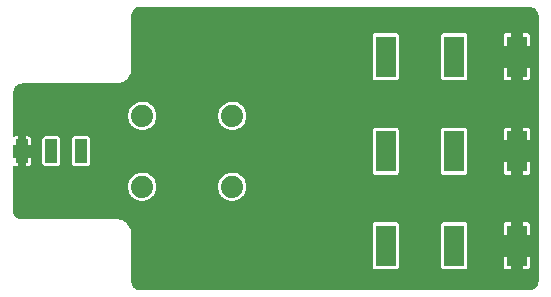
<source format=gbl>
G04 Layer: BottomLayer*
G04 EasyEDA v6.5.40, 2024-08-21 00:56:45*
G04 a67cddfb3fce44daa9051d46cbbcc19f,10*
G04 Gerber Generator version 0.2*
G04 Scale: 100 percent, Rotated: No, Reflected: No *
G04 Dimensions in millimeters *
G04 leading zeros omitted , absolute positions ,4 integer and 5 decimal *
%FSLAX45Y45*%
%MOMM*%

%ADD10C,1.8796*%
%ADD11R,1.7000X3.5000*%
%ADD12R,1.0000X2.0000*%
%ADD13C,0.6100*%

%LPD*%
G36*
X1101547Y-174091D02*
G01*
X1089101Y-173126D01*
X1078788Y-170789D01*
X1068933Y-166979D01*
X1059738Y-161848D01*
X1051356Y-155448D01*
X1043940Y-147878D01*
X1037691Y-139395D01*
X1032713Y-130048D01*
X1029157Y-120142D01*
X1027023Y-109829D01*
X1025906Y-96266D01*
X1025906Y299669D01*
X1024991Y314502D01*
X1024483Y318363D01*
X1022045Y330708D01*
X1021029Y334467D01*
X1017016Y346354D01*
X1015492Y349961D01*
X1009954Y361238D01*
X1008024Y364591D01*
X1001014Y375056D01*
X998626Y378155D01*
X990346Y387604D01*
X987602Y390347D01*
X978153Y398627D01*
X975055Y401015D01*
X964590Y408025D01*
X961237Y409956D01*
X949960Y415493D01*
X946353Y417017D01*
X934466Y421030D01*
X930706Y422046D01*
X918362Y424484D01*
X914501Y424992D01*
X899668Y425907D01*
X101244Y425907D01*
X88747Y426872D01*
X78486Y429209D01*
X68630Y433019D01*
X59385Y438150D01*
X51003Y444550D01*
X43637Y452120D01*
X37388Y460603D01*
X32410Y469950D01*
X28803Y479856D01*
X26670Y490169D01*
X25908Y501243D01*
X25908Y866902D01*
X26619Y870661D01*
X28702Y873912D01*
X31851Y876147D01*
X35610Y877062D01*
X39420Y876503D01*
X44246Y874776D01*
X50546Y874064D01*
X68630Y874064D01*
X68630Y943660D01*
X36068Y943660D01*
X32156Y944422D01*
X28905Y946607D01*
X26670Y949909D01*
X25908Y953820D01*
X25908Y1046175D01*
X26670Y1050086D01*
X28905Y1053388D01*
X32156Y1055573D01*
X36068Y1056335D01*
X68630Y1056335D01*
X68630Y1125880D01*
X50546Y1125880D01*
X44246Y1125169D01*
X39420Y1123492D01*
X35610Y1122934D01*
X31851Y1123848D01*
X28702Y1126083D01*
X26619Y1129334D01*
X25908Y1133094D01*
X25908Y1498752D01*
X26873Y1511249D01*
X29209Y1521510D01*
X33020Y1531366D01*
X38150Y1540611D01*
X44551Y1548993D01*
X52120Y1556359D01*
X60604Y1562608D01*
X69951Y1567586D01*
X79857Y1571193D01*
X90170Y1573326D01*
X101244Y1574088D01*
X899668Y1574088D01*
X914501Y1575003D01*
X918362Y1575511D01*
X930706Y1577949D01*
X934466Y1578965D01*
X946353Y1582978D01*
X949960Y1584502D01*
X961237Y1590040D01*
X964590Y1591970D01*
X975055Y1598980D01*
X978153Y1601368D01*
X987602Y1609648D01*
X990346Y1612392D01*
X998626Y1621840D01*
X1001014Y1624939D01*
X1008024Y1635404D01*
X1009954Y1638757D01*
X1015492Y1650034D01*
X1017016Y1653641D01*
X1021029Y1665528D01*
X1022045Y1669288D01*
X1024483Y1681632D01*
X1024991Y1685493D01*
X1025906Y1700326D01*
X1025906Y2148738D01*
X1026871Y2161235D01*
X1029208Y2171547D01*
X1033018Y2181402D01*
X1038148Y2190597D01*
X1044549Y2198979D01*
X1052118Y2206396D01*
X1060602Y2212644D01*
X1069949Y2217572D01*
X1079855Y2221179D01*
X1090168Y2223312D01*
X1101242Y2224074D01*
X4398772Y2224074D01*
X4411218Y2223109D01*
X4421530Y2220772D01*
X4431385Y2216962D01*
X4440580Y2211832D01*
X4449013Y2205431D01*
X4456379Y2197912D01*
X4462627Y2189378D01*
X4467606Y2180082D01*
X4471162Y2170125D01*
X4473346Y2159812D01*
X4474108Y2148738D01*
X4474108Y-98755D01*
X4473092Y-111252D01*
X4470755Y-121513D01*
X4466996Y-131368D01*
X4461814Y-140614D01*
X4455414Y-148996D01*
X4447895Y-156362D01*
X4439361Y-162610D01*
X4430064Y-167589D01*
X4420158Y-171196D01*
X4409795Y-173329D01*
X4398772Y-174091D01*
G37*

%LPC*%
G36*
X4205579Y-914D02*
G01*
X4241139Y-914D01*
X4241139Y106172D01*
X4179062Y106172D01*
X4179062Y25552D01*
X4179773Y19253D01*
X4181703Y13766D01*
X4184802Y8890D01*
X4188866Y4775D01*
X4193794Y1727D01*
X4199229Y-203D01*
G37*
G36*
X4338828Y-914D02*
G01*
X4374438Y-914D01*
X4380738Y-203D01*
X4386224Y1727D01*
X4391101Y4775D01*
X4395216Y8890D01*
X4398264Y13766D01*
X4400194Y19253D01*
X4400905Y25552D01*
X4400905Y106172D01*
X4338828Y106172D01*
G37*
G36*
X3095548Y-914D02*
G01*
X3264408Y-914D01*
X3270758Y-203D01*
X3276193Y1727D01*
X3281121Y4775D01*
X3285185Y8890D01*
X3288284Y13766D01*
X3290214Y19253D01*
X3290925Y25552D01*
X3290925Y374446D01*
X3290214Y380746D01*
X3288284Y386232D01*
X3285185Y391109D01*
X3281121Y395224D01*
X3276193Y398272D01*
X3270758Y400202D01*
X3264408Y400913D01*
X3095548Y400913D01*
X3089249Y400202D01*
X3083763Y398272D01*
X3078886Y395224D01*
X3074771Y391109D01*
X3071723Y386232D01*
X3069793Y380746D01*
X3069082Y374446D01*
X3069082Y25552D01*
X3069793Y19253D01*
X3071723Y13766D01*
X3074771Y8890D01*
X3078886Y4775D01*
X3083763Y1727D01*
X3089249Y-203D01*
G37*
G36*
X3675583Y-914D02*
G01*
X3844442Y-914D01*
X3850741Y-203D01*
X3856228Y1727D01*
X3861104Y4775D01*
X3865219Y8890D01*
X3868267Y13766D01*
X3870198Y19253D01*
X3870909Y25552D01*
X3870909Y374446D01*
X3870198Y380746D01*
X3868267Y386232D01*
X3865219Y391109D01*
X3861104Y395224D01*
X3856228Y398272D01*
X3850741Y400202D01*
X3844442Y400913D01*
X3675583Y400913D01*
X3669233Y400202D01*
X3663797Y398272D01*
X3658870Y395224D01*
X3654806Y391109D01*
X3651707Y386232D01*
X3649776Y380746D01*
X3649065Y374446D01*
X3649065Y25552D01*
X3649776Y19253D01*
X3651707Y13766D01*
X3654806Y8890D01*
X3658870Y4775D01*
X3663797Y1727D01*
X3669233Y-203D01*
G37*
G36*
X4179062Y293827D02*
G01*
X4241139Y293827D01*
X4241139Y400913D01*
X4205579Y400913D01*
X4199229Y400202D01*
X4193794Y398272D01*
X4188866Y395224D01*
X4184802Y391109D01*
X4181703Y386232D01*
X4179773Y380746D01*
X4179062Y374446D01*
G37*
G36*
X4338828Y293827D02*
G01*
X4400905Y293827D01*
X4400905Y374446D01*
X4400194Y380746D01*
X4398264Y386232D01*
X4395216Y391109D01*
X4391101Y395224D01*
X4386224Y398272D01*
X4380738Y400202D01*
X4374438Y400913D01*
X4338828Y400913D01*
G37*
G36*
X1115314Y580186D02*
G01*
X1130046Y580644D01*
X1144625Y582930D01*
X1158849Y586943D01*
X1172413Y592683D01*
X1185214Y600100D01*
X1197000Y608990D01*
X1207566Y619252D01*
X1216812Y630732D01*
X1224584Y643280D01*
X1230782Y656691D01*
X1235252Y670763D01*
X1237945Y685292D01*
X1238859Y699973D01*
X1237945Y714705D01*
X1235252Y729234D01*
X1230782Y743305D01*
X1224584Y756716D01*
X1216812Y769264D01*
X1207566Y780745D01*
X1197000Y791006D01*
X1185214Y799896D01*
X1172413Y807313D01*
X1158849Y813053D01*
X1144625Y817067D01*
X1130046Y819353D01*
X1115314Y819810D01*
X1100632Y818438D01*
X1086205Y815289D01*
X1072286Y810361D01*
X1059078Y803808D01*
X1046784Y795680D01*
X1035558Y786028D01*
X1025601Y775157D01*
X1017066Y763117D01*
X1010107Y750112D01*
X1004773Y736346D01*
X1001166Y722020D01*
X999337Y707390D01*
X999337Y692607D01*
X1001166Y677976D01*
X1004773Y663651D01*
X1010107Y649884D01*
X1017066Y636879D01*
X1025601Y624840D01*
X1035558Y613918D01*
X1046784Y604316D01*
X1059078Y596188D01*
X1072286Y589635D01*
X1086205Y584708D01*
X1100632Y581558D01*
G37*
G36*
X1877314Y580186D02*
G01*
X1892046Y580644D01*
X1906625Y582930D01*
X1920849Y586943D01*
X1934413Y592683D01*
X1947214Y600100D01*
X1959000Y608990D01*
X1969566Y619252D01*
X1978812Y630732D01*
X1986584Y643280D01*
X1992782Y656691D01*
X1997252Y670763D01*
X1999945Y685292D01*
X2000859Y699973D01*
X1999945Y714705D01*
X1997252Y729234D01*
X1992782Y743305D01*
X1986584Y756716D01*
X1978812Y769264D01*
X1969566Y780745D01*
X1959000Y791006D01*
X1947214Y799896D01*
X1934413Y807313D01*
X1920849Y813053D01*
X1906625Y817067D01*
X1892046Y819353D01*
X1877314Y819810D01*
X1862632Y818438D01*
X1848205Y815289D01*
X1834286Y810361D01*
X1821078Y803808D01*
X1808784Y795680D01*
X1797557Y786028D01*
X1787601Y775157D01*
X1779066Y763117D01*
X1772107Y750112D01*
X1766773Y736346D01*
X1763166Y722020D01*
X1761337Y707390D01*
X1761337Y692607D01*
X1763166Y677976D01*
X1766773Y663651D01*
X1772107Y649884D01*
X1779066Y636879D01*
X1787601Y624840D01*
X1797557Y613918D01*
X1808784Y604316D01*
X1821078Y596188D01*
X1834286Y589635D01*
X1848205Y584708D01*
X1862632Y581558D01*
G37*
G36*
X4205579Y799084D02*
G01*
X4241139Y799084D01*
X4241139Y906170D01*
X4179062Y906170D01*
X4179062Y825550D01*
X4179773Y819251D01*
X4181703Y813765D01*
X4184802Y808888D01*
X4188866Y804773D01*
X4193794Y801725D01*
X4199229Y799795D01*
G37*
G36*
X4338828Y799084D02*
G01*
X4374438Y799084D01*
X4380738Y799795D01*
X4386224Y801725D01*
X4391101Y804773D01*
X4395216Y808888D01*
X4398264Y813765D01*
X4400194Y819251D01*
X4400905Y825550D01*
X4400905Y906170D01*
X4338828Y906170D01*
G37*
G36*
X3095548Y799084D02*
G01*
X3264408Y799084D01*
X3270758Y799795D01*
X3276193Y801725D01*
X3281121Y804773D01*
X3285185Y808888D01*
X3288284Y813765D01*
X3290214Y819251D01*
X3290925Y825550D01*
X3290925Y1174445D01*
X3290214Y1180744D01*
X3288284Y1186230D01*
X3285185Y1191107D01*
X3281121Y1195222D01*
X3276193Y1198270D01*
X3270758Y1200200D01*
X3264408Y1200912D01*
X3095548Y1200912D01*
X3089249Y1200200D01*
X3083763Y1198270D01*
X3078886Y1195222D01*
X3074771Y1191107D01*
X3071723Y1186230D01*
X3069793Y1180744D01*
X3069082Y1174445D01*
X3069082Y825550D01*
X3069793Y819251D01*
X3071723Y813765D01*
X3074771Y808888D01*
X3078886Y804773D01*
X3083763Y801725D01*
X3089249Y799795D01*
G37*
G36*
X3675583Y799084D02*
G01*
X3844442Y799084D01*
X3850741Y799795D01*
X3856228Y801725D01*
X3861104Y804773D01*
X3865219Y808888D01*
X3868267Y813765D01*
X3870198Y819251D01*
X3870909Y825550D01*
X3870909Y1174445D01*
X3870198Y1180744D01*
X3868267Y1186230D01*
X3865219Y1191107D01*
X3861104Y1195222D01*
X3856228Y1198270D01*
X3850741Y1200200D01*
X3844442Y1200912D01*
X3675583Y1200912D01*
X3669233Y1200200D01*
X3663797Y1198270D01*
X3658870Y1195222D01*
X3654806Y1191107D01*
X3651707Y1186230D01*
X3649776Y1180744D01*
X3649065Y1174445D01*
X3649065Y825550D01*
X3649776Y819251D01*
X3651707Y813765D01*
X3654806Y808888D01*
X3658870Y804773D01*
X3663797Y801725D01*
X3669233Y799795D01*
G37*
G36*
X131368Y874064D02*
G01*
X149453Y874064D01*
X155752Y874776D01*
X161188Y876706D01*
X166116Y879805D01*
X170180Y883869D01*
X173278Y888796D01*
X175209Y894232D01*
X175920Y900582D01*
X175920Y943660D01*
X131368Y943660D01*
G37*
G36*
X550570Y874064D02*
G01*
X649427Y874064D01*
X655726Y874776D01*
X661212Y876706D01*
X666089Y879805D01*
X670204Y883869D01*
X673303Y888796D01*
X675182Y894232D01*
X675894Y900582D01*
X675894Y1099413D01*
X675182Y1105763D01*
X673303Y1111199D01*
X670204Y1116126D01*
X666089Y1120190D01*
X661212Y1123289D01*
X655726Y1125169D01*
X649427Y1125880D01*
X550570Y1125880D01*
X544271Y1125169D01*
X538784Y1123289D01*
X533908Y1120190D01*
X529793Y1116126D01*
X526694Y1111199D01*
X524814Y1105763D01*
X524103Y1099413D01*
X524103Y900582D01*
X524814Y894232D01*
X526694Y888796D01*
X529793Y883869D01*
X533908Y879805D01*
X538784Y876706D01*
X544271Y874776D01*
G37*
G36*
X300583Y874064D02*
G01*
X399440Y874064D01*
X405739Y874776D01*
X411226Y876706D01*
X416102Y879805D01*
X420217Y883869D01*
X423265Y888796D01*
X425196Y894232D01*
X425907Y900582D01*
X425907Y1099413D01*
X425196Y1105763D01*
X423265Y1111199D01*
X420217Y1116126D01*
X416102Y1120190D01*
X411226Y1123289D01*
X405739Y1125169D01*
X399440Y1125880D01*
X300583Y1125880D01*
X294233Y1125169D01*
X288798Y1123289D01*
X283870Y1120190D01*
X279806Y1116126D01*
X276707Y1111199D01*
X274828Y1105763D01*
X274116Y1099413D01*
X274116Y900582D01*
X274828Y894232D01*
X276707Y888796D01*
X279806Y883869D01*
X283870Y879805D01*
X288798Y876706D01*
X294233Y874776D01*
G37*
G36*
X131368Y1056335D02*
G01*
X175920Y1056335D01*
X175920Y1099413D01*
X175209Y1105763D01*
X173278Y1111199D01*
X170180Y1116126D01*
X166116Y1120190D01*
X161188Y1123289D01*
X155752Y1125169D01*
X149453Y1125880D01*
X131368Y1125880D01*
G37*
G36*
X4179062Y1093825D02*
G01*
X4241139Y1093825D01*
X4241139Y1200912D01*
X4205579Y1200912D01*
X4199229Y1200200D01*
X4193794Y1198270D01*
X4188866Y1195222D01*
X4184802Y1191107D01*
X4181703Y1186230D01*
X4179773Y1180744D01*
X4179062Y1174445D01*
G37*
G36*
X4338828Y1093825D02*
G01*
X4400905Y1093825D01*
X4400905Y1174445D01*
X4400194Y1180744D01*
X4398264Y1186230D01*
X4395216Y1191107D01*
X4391101Y1195222D01*
X4386224Y1198270D01*
X4380738Y1200200D01*
X4374438Y1200912D01*
X4338828Y1200912D01*
G37*
G36*
X1115314Y1180185D02*
G01*
X1130046Y1180642D01*
X1144625Y1182928D01*
X1158849Y1186942D01*
X1172413Y1192682D01*
X1185214Y1200099D01*
X1197000Y1208989D01*
X1207566Y1219250D01*
X1216812Y1230731D01*
X1224584Y1243279D01*
X1230782Y1256690D01*
X1235252Y1270762D01*
X1237945Y1285290D01*
X1238859Y1299972D01*
X1237945Y1314704D01*
X1235252Y1329232D01*
X1230782Y1343304D01*
X1224584Y1356715D01*
X1216812Y1369263D01*
X1207566Y1380744D01*
X1197000Y1391005D01*
X1185214Y1399895D01*
X1172413Y1407312D01*
X1158849Y1413052D01*
X1144625Y1417066D01*
X1130046Y1419352D01*
X1115314Y1419809D01*
X1100632Y1418437D01*
X1086205Y1415288D01*
X1072286Y1410360D01*
X1059078Y1403807D01*
X1046784Y1395679D01*
X1035558Y1386027D01*
X1025601Y1375156D01*
X1017066Y1363116D01*
X1010107Y1350111D01*
X1004773Y1336344D01*
X1001166Y1322019D01*
X999337Y1307388D01*
X999337Y1292606D01*
X1001166Y1277975D01*
X1004773Y1263650D01*
X1010107Y1249883D01*
X1017066Y1236878D01*
X1025601Y1224838D01*
X1035558Y1213916D01*
X1046784Y1204315D01*
X1059078Y1196187D01*
X1072286Y1189634D01*
X1086205Y1184706D01*
X1100632Y1181557D01*
G37*
G36*
X1877314Y1180185D02*
G01*
X1892046Y1180642D01*
X1906625Y1182928D01*
X1920849Y1186942D01*
X1934413Y1192682D01*
X1947214Y1200099D01*
X1959000Y1208989D01*
X1969566Y1219250D01*
X1978812Y1230731D01*
X1986584Y1243279D01*
X1992782Y1256690D01*
X1997252Y1270762D01*
X1999945Y1285290D01*
X2000859Y1299972D01*
X1999945Y1314704D01*
X1997252Y1329232D01*
X1992782Y1343304D01*
X1986584Y1356715D01*
X1978812Y1369263D01*
X1969566Y1380744D01*
X1959000Y1391005D01*
X1947214Y1399895D01*
X1934413Y1407312D01*
X1920849Y1413052D01*
X1906625Y1417066D01*
X1892046Y1419352D01*
X1877314Y1419809D01*
X1862632Y1418437D01*
X1848205Y1415288D01*
X1834286Y1410360D01*
X1821078Y1403807D01*
X1808784Y1395679D01*
X1797557Y1386027D01*
X1787601Y1375156D01*
X1779066Y1363116D01*
X1772107Y1350111D01*
X1766773Y1336344D01*
X1763166Y1322019D01*
X1761337Y1307388D01*
X1761337Y1292606D01*
X1763166Y1277975D01*
X1766773Y1263650D01*
X1772107Y1249883D01*
X1779066Y1236878D01*
X1787601Y1224838D01*
X1797557Y1213916D01*
X1808784Y1204315D01*
X1821078Y1196187D01*
X1834286Y1189634D01*
X1848205Y1184706D01*
X1862632Y1181557D01*
G37*
G36*
X4205579Y1599184D02*
G01*
X4241139Y1599184D01*
X4241139Y1706270D01*
X4179062Y1706270D01*
X4179062Y1625650D01*
X4179773Y1619351D01*
X4181703Y1613865D01*
X4184802Y1608988D01*
X4188866Y1604873D01*
X4193794Y1601825D01*
X4199229Y1599895D01*
G37*
G36*
X4338828Y1599184D02*
G01*
X4374438Y1599184D01*
X4380738Y1599895D01*
X4386224Y1601825D01*
X4391101Y1604873D01*
X4395216Y1608988D01*
X4398264Y1613865D01*
X4400194Y1619351D01*
X4400905Y1625650D01*
X4400905Y1706270D01*
X4338828Y1706270D01*
G37*
G36*
X3095548Y1599184D02*
G01*
X3264408Y1599184D01*
X3270758Y1599895D01*
X3276193Y1601825D01*
X3281121Y1604873D01*
X3285185Y1608988D01*
X3288284Y1613865D01*
X3290214Y1619351D01*
X3290925Y1625650D01*
X3290925Y1974545D01*
X3290214Y1980844D01*
X3288284Y1986330D01*
X3285185Y1991207D01*
X3281121Y1995322D01*
X3276193Y1998370D01*
X3270758Y2000300D01*
X3264408Y2001012D01*
X3095548Y2001012D01*
X3089249Y2000300D01*
X3083763Y1998370D01*
X3078886Y1995322D01*
X3074771Y1991207D01*
X3071723Y1986330D01*
X3069793Y1980844D01*
X3069082Y1974545D01*
X3069082Y1625650D01*
X3069793Y1619351D01*
X3071723Y1613865D01*
X3074771Y1608988D01*
X3078886Y1604873D01*
X3083763Y1601825D01*
X3089249Y1599895D01*
G37*
G36*
X3675583Y1599184D02*
G01*
X3844442Y1599184D01*
X3850741Y1599895D01*
X3856228Y1601825D01*
X3861104Y1604873D01*
X3865219Y1608988D01*
X3868267Y1613865D01*
X3870198Y1619351D01*
X3870909Y1625650D01*
X3870909Y1974545D01*
X3870198Y1980844D01*
X3868267Y1986330D01*
X3865219Y1991207D01*
X3861104Y1995322D01*
X3856228Y1998370D01*
X3850741Y2000300D01*
X3844442Y2001012D01*
X3675583Y2001012D01*
X3669233Y2000300D01*
X3663797Y1998370D01*
X3658870Y1995322D01*
X3654806Y1991207D01*
X3651707Y1986330D01*
X3649776Y1980844D01*
X3649065Y1974545D01*
X3649065Y1625650D01*
X3649776Y1619351D01*
X3651707Y1613865D01*
X3654806Y1608988D01*
X3658870Y1604873D01*
X3663797Y1601825D01*
X3669233Y1599895D01*
G37*
G36*
X4338828Y1893925D02*
G01*
X4400905Y1893925D01*
X4400905Y1974545D01*
X4400194Y1980844D01*
X4398264Y1986330D01*
X4395216Y1991207D01*
X4391101Y1995322D01*
X4386224Y1998370D01*
X4380738Y2000300D01*
X4374438Y2001012D01*
X4338828Y2001012D01*
G37*
G36*
X4179062Y1893925D02*
G01*
X4241139Y1893925D01*
X4241139Y2001012D01*
X4205579Y2001012D01*
X4199229Y2000300D01*
X4193794Y1998370D01*
X4188866Y1995322D01*
X4184802Y1991207D01*
X4181703Y1986330D01*
X4179773Y1980844D01*
X4179062Y1974545D01*
G37*

%LPD*%
D10*
G01*
X1118996Y1299997D03*
G01*
X1880996Y1299997D03*
G01*
X1118996Y699998D03*
G01*
X1880996Y699998D03*
D11*
G01*
X3180003Y999997D03*
G01*
X3759987Y999997D03*
G01*
X4289983Y999997D03*
G01*
X3180003Y199999D03*
G01*
X3759987Y199999D03*
G01*
X4289983Y199999D03*
G01*
X3180003Y1800097D03*
G01*
X3759987Y1800097D03*
G01*
X4289983Y1800097D03*
D12*
G01*
X99999Y999997D03*
G01*
X350012Y999997D03*
G01*
X599998Y999997D03*
D13*
G01*
X107205Y1392791D03*
G01*
X107205Y642792D03*
G01*
X357205Y1392791D03*
G01*
X357205Y642792D03*
G01*
X607204Y1392791D03*
G01*
X857204Y1142791D03*
G01*
X857204Y892792D03*
G01*
X1107203Y2142789D03*
G01*
X1107203Y1892790D03*
G01*
X1107203Y1642790D03*
G01*
X1107203Y892792D03*
G01*
X1107203Y392793D03*
G01*
X1107203Y142793D03*
G01*
X1107203Y-107205D03*
G01*
X1357203Y2142789D03*
G01*
X1357203Y1892790D03*
G01*
X1357203Y1642790D03*
G01*
X1357203Y1142791D03*
G01*
X1357203Y892792D03*
G01*
X1357203Y392793D03*
G01*
X1357203Y142793D03*
G01*
X1357203Y-107205D03*
G01*
X1607202Y2142789D03*
G01*
X1607202Y1892790D03*
G01*
X1607202Y1642790D03*
G01*
X1607202Y1142791D03*
G01*
X1607202Y892792D03*
G01*
X1607202Y392793D03*
G01*
X1607202Y142793D03*
G01*
X1607202Y-107205D03*
G01*
X1857202Y2142789D03*
G01*
X1857202Y1892790D03*
G01*
X1857202Y1642790D03*
G01*
X1857202Y892792D03*
G01*
X1857202Y392793D03*
G01*
X1857202Y142793D03*
G01*
X1857202Y-107205D03*
G01*
X2107201Y2142789D03*
G01*
X2107201Y1892790D03*
G01*
X2107201Y1642790D03*
G01*
X2107201Y1142791D03*
G01*
X2107201Y892792D03*
G01*
X2107201Y392793D03*
G01*
X2107201Y142793D03*
G01*
X2107201Y-107205D03*
G01*
X2357201Y2142789D03*
G01*
X2357201Y1892790D03*
G01*
X2357201Y1642790D03*
G01*
X2357201Y1392791D03*
G01*
X2357201Y642792D03*
G01*
X2357201Y392793D03*
G01*
X2357201Y142793D03*
G01*
X2357201Y-107205D03*
G01*
X2607200Y2142789D03*
G01*
X2607200Y1892790D03*
G01*
X2607200Y1642790D03*
G01*
X2607200Y1392791D03*
G01*
X2607200Y1142791D03*
G01*
X2607200Y642792D03*
G01*
X2607200Y392793D03*
G01*
X2607200Y142793D03*
G01*
X2607200Y-107205D03*
G01*
X2857200Y2142789D03*
G01*
X2857200Y1892790D03*
G01*
X2857200Y1642790D03*
G01*
X2857200Y1392791D03*
G01*
X2857200Y1142791D03*
G01*
X2599994Y799998D03*
G01*
X2857200Y642792D03*
G01*
X2857200Y392793D03*
G01*
X2857200Y142793D03*
G01*
X2857200Y-107205D03*
G01*
X3107199Y2142789D03*
G01*
X3107199Y1392791D03*
G01*
X3107199Y642792D03*
G01*
X3107199Y-107205D03*
G01*
X3357199Y2142789D03*
G01*
X3357199Y1892790D03*
G01*
X3357199Y1642790D03*
G01*
X3357199Y1392791D03*
G01*
X3357199Y1142791D03*
G01*
X3357199Y892792D03*
G01*
X3357199Y642792D03*
G01*
X3357199Y392793D03*
G01*
X3357199Y142793D03*
G01*
X3357199Y-107205D03*
G01*
X3607198Y2142789D03*
G01*
X3607198Y1392791D03*
G01*
X3607198Y642792D03*
G01*
X3607198Y-107205D03*
G01*
X3857198Y2142789D03*
G01*
X3857198Y1392791D03*
G01*
X3857198Y642792D03*
G01*
X3857198Y-107205D03*
G01*
X4107197Y2142789D03*
G01*
X4107197Y1892790D03*
G01*
X4107197Y1642790D03*
G01*
X4107197Y1392791D03*
G01*
X4107197Y1142791D03*
G01*
X4107197Y892792D03*
G01*
X4107197Y642792D03*
G01*
X4107197Y392793D03*
G01*
X4107197Y142793D03*
G01*
X4107197Y-107205D03*
G01*
X4357197Y2142789D03*
G01*
X4357197Y1392791D03*
G01*
X4357197Y642792D03*
G01*
X4357197Y-107205D03*
M02*

</source>
